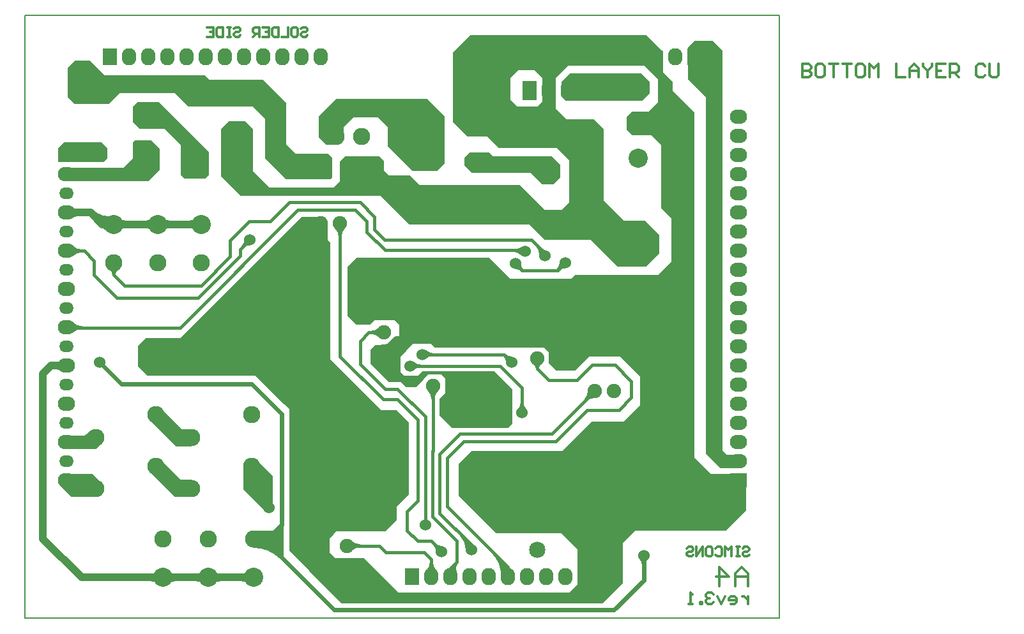
<source format=gbl>
%FSLAX25Y25*%
%MOIN*%
G70*
G01*
G75*
G04 Layer_Physical_Order=2*
G04 Layer_Color=16711680*
%ADD10C,0.01800*%
%ADD11C,0.04000*%
%ADD12C,0.02000*%
%ADD13C,0.02200*%
%ADD14C,0.02400*%
%ADD15C,0.03200*%
%ADD16C,0.03000*%
%ADD17R,0.05512X0.06693*%
%ADD18O,0.09843X0.02756*%
%ADD19R,0.05118X0.06693*%
%ADD20R,0.06693X0.05512*%
%ADD21C,0.00800*%
%ADD22C,0.01200*%
%ADD23C,0.09000*%
%ADD24O,0.07500X0.09000*%
%ADD25R,0.07500X0.09000*%
%ADD26O,0.09000X0.07500*%
%ADD27O,0.07500X0.06000*%
%ADD28R,0.09000X0.07500*%
%ADD29R,0.09500X0.09500*%
%ADD30C,0.09500*%
%ADD31C,0.10000*%
%ADD32R,0.09000X0.09000*%
%ADD33C,0.07500*%
%ADD34C,0.08500*%
%ADD35R,0.07500X0.10000*%
%ADD36O,0.07500X0.10000*%
%ADD37C,0.06000*%
%ADD38C,0.01400*%
G36*
X429500Y491500D02*
X429500Y491500D01*
X430500Y491086D01*
Y489000D01*
X434000Y485500D01*
X430500Y482000D01*
X415500D01*
Y489000D01*
X425500D01*
X427000Y490500D01*
X428000Y491500D01*
X429500D01*
X429500Y491500D01*
D02*
G37*
G36*
X757500Y690500D02*
Y650000D01*
Y481500D01*
X760000Y479000D01*
X767000D01*
Y472000D01*
X756500D01*
X751500Y477000D01*
X749000Y479500D01*
Y588500D01*
Y666000D01*
X743500Y671500D01*
X739500Y675500D01*
Y688000D01*
Y689000D01*
Y692000D01*
X742500Y695000D01*
X743000Y695500D01*
X752500D01*
X757500Y690500D01*
D02*
G37*
G36*
X726000D02*
X726500Y690000D01*
Y689500D01*
Y679000D01*
X728500Y677000D01*
X731500Y674000D01*
Y669500D01*
X743000Y658000D01*
Y608000D01*
Y550793D01*
Y537000D01*
Y477500D01*
X750500Y470000D01*
X751500Y469000D01*
X768000D01*
X770000Y467000D01*
Y462000D01*
Y450000D01*
X767000Y447000D01*
X759500Y439500D01*
X712000D01*
X705500Y433000D01*
Y419500D01*
Y412000D01*
X704000Y410500D01*
X695026Y401526D01*
X558974D01*
X542000Y418500D01*
X531500Y429000D01*
Y460000D01*
Y503000D01*
X529000Y505500D01*
X514000Y520500D01*
X457500D01*
X452500Y525500D01*
Y536000D01*
X456500Y540000D01*
X474500D01*
X528000Y593500D01*
X538000Y603500D01*
X548500D01*
X551500Y600500D01*
Y591500D01*
X553000Y590000D01*
Y543500D01*
Y529000D01*
X575000Y507000D01*
X579500Y502500D01*
X587500D01*
X594000Y496000D01*
Y483000D01*
Y458500D01*
X592500Y457000D01*
X587500Y452000D01*
Y445000D01*
X581500Y439000D01*
X556000D01*
X554500Y437500D01*
X552500Y435500D01*
Y428000D01*
X555500Y425000D01*
X570500D01*
X584500Y411000D01*
X588500Y407000D01*
X677500D01*
X682000Y411500D01*
Y417500D01*
Y429500D01*
X674500Y437000D01*
X673500Y438000D01*
X639500D01*
X627500Y450000D01*
X620000Y457500D01*
Y468000D01*
Y474500D01*
X624000Y478500D01*
X626500Y481000D01*
X674000D01*
X682000Y489000D01*
X689500Y496500D01*
X706000D01*
X714000Y504500D01*
X714500Y505000D01*
Y515000D01*
Y520000D01*
X704000Y530500D01*
X688000D01*
X685500Y528000D01*
X680500Y523000D01*
X671000D01*
X669500Y524500D01*
X667000Y527000D01*
Y532500D01*
X664500Y535000D01*
X661744D01*
X661000Y535098D01*
X660256Y535000D01*
X607500D01*
X605500Y537000D01*
X596000D01*
X592500Y533500D01*
X589500Y530500D01*
Y522500D01*
X591500Y520500D01*
X598500D01*
X600777Y522777D01*
X638723D01*
X641000Y520500D01*
X648000Y513500D01*
Y506500D01*
Y495500D01*
X646000Y493500D01*
X645500Y493000D01*
X616500D01*
X610000Y499500D01*
Y508500D01*
X613000Y511500D01*
Y519000D01*
X611000Y521000D01*
X604000D01*
X601500Y518500D01*
X597500Y514500D01*
X592500D01*
X590000Y517000D01*
X583500D01*
X576500Y524000D01*
X574000Y526500D01*
Y534000D01*
X576500Y536500D01*
X584000D01*
X584500Y537000D01*
X589000Y541500D01*
Y542500D01*
Y547000D01*
X586500Y549500D01*
X576000D01*
X573500Y547000D01*
X566500D01*
X562000Y551500D01*
Y577500D01*
X562500Y578000D01*
X566500Y582000D01*
X636000D01*
X640500Y577500D01*
X647000Y571000D01*
X678500D01*
X680500Y573000D01*
X724000D01*
X726500Y575500D01*
X731000Y580000D01*
Y591000D01*
Y602500D01*
X725500Y608000D01*
Y641000D01*
X720500Y646000D01*
X710500D01*
X707500Y649000D01*
Y655500D01*
X708000Y656000D01*
X710500Y658500D01*
X719000D01*
X724000Y663500D01*
Y667500D01*
Y675500D01*
X717000Y682500D01*
X677000D01*
X670500Y676000D01*
Y668500D01*
Y660000D01*
X676000Y654500D01*
X690500D01*
X695500Y649500D01*
Y623500D01*
Y612000D01*
X706000Y601500D01*
X717000D01*
X724500Y594000D01*
Y584500D01*
X717500Y577500D01*
X703000D01*
X693000Y587500D01*
X689000Y591500D01*
X665000D01*
X657000Y599500D01*
X594000D01*
X580500Y613000D01*
X579000Y614500D01*
X506000D01*
X497500Y623000D01*
X496000Y624500D01*
Y638000D01*
Y649500D01*
X500000Y653500D01*
X508500D01*
X512000Y650000D01*
X512500Y649500D01*
Y638500D01*
Y627500D01*
X521500Y618500D01*
X554500D01*
X558000Y622000D01*
Y632500D01*
X559500Y634000D01*
X560500Y635000D01*
X578500D01*
X581000Y632500D01*
Y627500D01*
X583500Y625000D01*
X594500D01*
X597500Y622000D01*
X599500Y620000D01*
X652000D01*
X655500Y616500D01*
X658000Y614000D01*
X665000Y607000D01*
X673500D01*
X677500Y611000D01*
Y633000D01*
X671000Y639500D01*
X641000D01*
X635000Y645500D01*
X624500D01*
X620500Y649500D01*
X617000Y653000D01*
Y669000D01*
Y689500D01*
X623500Y696000D01*
X626000Y698500D01*
X718000D01*
X726000Y690500D01*
D02*
G37*
G36*
X475500Y492500D02*
X480500D01*
Y483500D01*
X472500D01*
X459000Y497000D01*
X465000Y503000D01*
X475500Y492500D01*
D02*
G37*
G36*
X523000Y468000D02*
Y453500D01*
Y452500D01*
X519500Y449000D01*
X507500Y461000D01*
Y473000D01*
X515000Y476000D01*
X523000Y468000D01*
D02*
G37*
G36*
X528700Y443100D02*
Y425400D01*
X527300Y426800D01*
X525000D01*
X521300Y430500D01*
X520200Y431600D01*
X514000D01*
Y438500D01*
X513100Y439400D01*
X522900D01*
X527400Y443900D01*
X528700Y443100D01*
D02*
G37*
G36*
X475000Y466000D02*
X481000D01*
Y457500D01*
X480500Y457000D01*
X472000D01*
X459500Y469500D01*
X464237Y475098D01*
X465836Y475165D01*
X475000Y466000D01*
D02*
G37*
G36*
X434000Y464000D02*
X430500Y460500D01*
Y457000D01*
X418000D01*
X412000Y463000D01*
X415500Y469000D01*
X429000D01*
X434000Y464000D01*
D02*
G37*
G36*
X612500Y656000D02*
Y631500D01*
X608500Y627500D01*
X596000D01*
X591000Y632500D01*
X583000Y640500D01*
Y650500D01*
X578000Y655500D01*
X565000D01*
X560000Y650500D01*
Y645000D01*
X556000Y641000D01*
X551000D01*
X547000Y645000D01*
Y656000D01*
X549000Y658000D01*
X556000Y665000D01*
X603500D01*
X612500Y656000D01*
D02*
G37*
G36*
X436500Y639500D02*
Y634000D01*
X434500Y632000D01*
X411000D01*
Y639500D01*
X414000Y642500D01*
X433500D01*
X436500Y639500D01*
D02*
G37*
G36*
X719500Y674000D02*
Y668000D01*
X716500Y665000D01*
X715500Y664000D01*
X676000D01*
X674000Y666000D01*
X673500Y669500D01*
Y674000D01*
X678000Y678500D01*
X715000D01*
X719500Y674000D01*
D02*
G37*
G36*
X473500Y653500D02*
X489500Y637500D01*
Y627000D01*
Y625500D01*
X487500Y623500D01*
X477000D01*
X475000Y625500D01*
Y627500D01*
Y641000D01*
X469000Y647000D01*
X466500Y649500D01*
X453500D01*
X450000Y653000D01*
Y661000D01*
X452000Y663000D01*
X452500Y663500D01*
X463500D01*
X473500Y653500D01*
D02*
G37*
G36*
X637000Y636000D02*
X638000Y635000D01*
X668500D01*
X673000Y630500D01*
Y628000D01*
Y624000D01*
X669500Y620500D01*
X663500D01*
X661500Y622500D01*
X657500Y626500D01*
X627000D01*
X623000Y630500D01*
Y634500D01*
X625500Y637000D01*
X636000D01*
X637000Y636000D01*
D02*
G37*
G36*
X464000Y639000D02*
Y638500D01*
Y628000D01*
X463000Y627000D01*
X458000Y622000D01*
X415000D01*
Y629000D01*
X445000D01*
X445500Y629500D01*
X450000Y634000D01*
Y642500D01*
X451000Y643500D01*
X459500D01*
X464000Y639000D01*
D02*
G37*
G36*
X435000Y677500D02*
X487500D01*
X490000Y675000D01*
X518000D01*
X529500Y663500D01*
X530000Y663000D01*
Y641500D01*
X535000Y636500D01*
X552000D01*
X554000Y634500D01*
Y624000D01*
X553000Y623000D01*
X530000D01*
X522500Y630500D01*
X519000Y634000D01*
Y649000D01*
Y654500D01*
X512500Y661000D01*
X479000D01*
X472000Y668000D01*
X443000D01*
X437500Y662500D01*
X419500D01*
X417000Y665000D01*
X416000Y666000D01*
Y673000D01*
Y681500D01*
X417500Y683000D01*
X419500Y685000D01*
X427500D01*
X435000Y677500D01*
D02*
G37*
%LPC*%
G36*
X659500Y680000D02*
X651000D01*
X649500Y678500D01*
X647000Y676000D01*
Y669000D01*
Y664500D01*
X650500Y661000D01*
X661000D01*
X662000Y662000D01*
X663478Y663478D01*
X663500Y663500D01*
Y676000D01*
X659500Y680000D01*
D02*
G37*
%LPD*%
D10*
X518900Y451500D02*
G03*
X517415Y455085I-5070J0D01*
G01*
X517415Y455085D02*
G03*
X521000Y453600I3585J3585D01*
G01*
X602485Y532985D02*
G03*
X606070Y531500I3585J3585D01*
G01*
D02*
G03*
X602485Y530015I0J-5070D01*
G01*
X645400Y527500D02*
G03*
X643915Y531085I-5070J0D01*
G01*
X643915Y531085D02*
G03*
X647500Y529600I3585J3585D01*
G01*
X651515Y502485D02*
G03*
X653000Y506070I-3585J3585D01*
G01*
D02*
G03*
X654485Y502485I5070J0D01*
G01*
X595985Y526985D02*
G03*
X599570Y525500I3585J3585D01*
G01*
D02*
G03*
X595985Y524015I0J-5070D01*
G01*
X608900Y428500D02*
G03*
X607415Y432085I-5070J0D01*
G01*
X607415Y432085D02*
G03*
X611000Y430600I3585J3585D01*
G01*
X626200Y429500D02*
G03*
X624220Y434280I-6760J0D01*
G01*
X624400Y429500D02*
G03*
X621147Y437353I-11105J0D01*
G01*
X675500Y577400D02*
G03*
X671915Y575915I0J-5070D01*
G01*
X671915Y575915D02*
G03*
X673400Y579500I-3585J3585D01*
G01*
X664700Y583000D02*
G03*
X663427Y586073I-4346J0D01*
G01*
X662900Y583000D02*
G03*
X660354Y589146I-8691J0D01*
G01*
X651600Y578964D02*
G03*
X653000Y575500I4782J-82D01*
G01*
X653000Y575500D02*
G03*
X649536Y576900I-3382J-3382D01*
G01*
X653015Y584015D02*
G03*
X648223Y586000I-4792J-4792D01*
G01*
X650637D02*
G03*
X653015Y586985I0J3363D01*
G01*
X511000Y589400D02*
G03*
X507415Y587915I0J-5070D01*
G01*
X507415Y587915D02*
G03*
X508900Y591500I-3585J3585D01*
G01*
X465600Y473000D02*
G03*
X468146Y466854I8691J0D01*
G01*
X468146Y466854D02*
G03*
X462000Y469400I-6146J-6146D01*
G01*
X514546Y470454D02*
G03*
X512000Y464309I6146J-6146D01*
G01*
D02*
G03*
X509454Y470454I-8691J0D01*
G01*
X465600Y500000D02*
G03*
X468146Y493854I8691J0D01*
G01*
X468146Y493854D02*
G03*
X462000Y496400I-6146J-6146D01*
G01*
X441910Y576448D02*
G03*
X440000Y573000I2158J-3448D01*
G01*
D02*
G03*
X438090Y576448I-4068J0D01*
G01*
X608515Y512985D02*
G03*
X606500Y508119I4865J-4865D01*
G01*
D02*
G03*
X604485Y512985I-6881J0D01*
G01*
X563515Y433515D02*
G03*
X568380Y431500I4865J4865D01*
G01*
D02*
G03*
X563515Y429485I0J-6881D01*
G01*
X691000Y509650D02*
G03*
X686135Y507635I0J-6881D01*
G01*
X686135Y507635D02*
G03*
X688150Y512500I-4865J4865D01*
G01*
X662643Y527172D02*
G03*
X661000Y524000I2238J-3171D01*
G01*
D02*
G03*
X659357Y527172I-3881J0D01*
G01*
X578985Y540985D02*
G03*
X574120Y543000I-4865J-4865D01*
G01*
D02*
G03*
X578985Y545015I0J6881D01*
G01*
X560015Y597985D02*
G03*
X558000Y593119I4865J-4865D01*
G01*
D02*
G03*
X555985Y597985I-6881J0D01*
G01*
X418120Y587606D02*
G03*
X422985Y585591I4865J4865D01*
G01*
D02*
G03*
X418120Y583575I0J-6881D01*
G01*
X418120Y547606D02*
G03*
X423204Y545500I5084J5084D01*
G01*
X422766D02*
G03*
X418120Y543575I0J-6571D01*
G01*
X603654Y418120D02*
G03*
X605669Y422985I-4865J4865D01*
G01*
D02*
G03*
X607685Y418120I6881J0D01*
G01*
X646419Y416104D02*
G03*
X643961Y422039I-8393J0D01*
G01*
X644619Y416104D02*
G03*
X640888Y425112I-12738J0D01*
G01*
X642819Y416104D02*
G03*
X637815Y428185I-17084J0D01*
G01*
X644601Y418747D02*
G03*
X645669Y420331I-640J1584D01*
G01*
D02*
G03*
X646737Y418747I1709J0D01*
G01*
X617286Y421286D02*
G03*
X616595Y416601I2808J-2808D01*
G01*
X619000Y423000D02*
G03*
X618181Y417451I3325J-3325D01*
G01*
X477572Y459406D02*
G03*
X473500Y461500I-4071J-2911D01*
G01*
D02*
G03*
X477572Y463594I0J5005D01*
G01*
X477448Y486090D02*
G03*
X474000Y488000I-3448J-2158D01*
G01*
D02*
G03*
X477448Y489910I0J4068D01*
G01*
X429500Y573000D02*
X441500Y561000D01*
X429500Y573000D02*
Y580500D01*
X440000Y573000D02*
Y579500D01*
Y573000D02*
X445500Y567500D01*
X441500Y561000D02*
X484000D01*
X424409Y585591D02*
X429500Y580500D01*
X582000Y428000D02*
X602000D01*
X578500Y431500D02*
X582000Y428000D01*
X561500Y431500D02*
X578500D01*
X580500Y508000D02*
X588000D01*
X558000Y530500D02*
X580500Y508000D01*
X558000Y530500D02*
Y600000D01*
X598500Y455000D02*
Y497500D01*
X588000Y508000D02*
X598500Y497500D01*
X581500Y513500D02*
X588000D01*
X568500Y526500D02*
X581500Y513500D01*
X568500Y526500D02*
Y538500D01*
X665000Y583000D02*
Y584500D01*
X658000Y591500D02*
X665000Y584500D01*
X581091Y591500D02*
X658000D01*
X576000Y596591D02*
X581091Y591500D01*
X671500Y575500D02*
X675500Y579500D01*
X653000Y575500D02*
X671500D01*
X649500Y579000D02*
X653000Y575500D01*
X531500Y611000D02*
X563909D01*
X521500Y601000D02*
X531500Y611000D01*
X510500Y601000D02*
X521500D01*
X500500Y591000D02*
X510500Y601000D01*
X506000Y583000D02*
Y586500D01*
X484000Y561000D02*
X506000Y583000D01*
Y586500D02*
X511000Y591500D01*
X536000Y607000D02*
X566000D01*
X500500Y582591D02*
Y591000D01*
X485409Y567500D02*
X500500Y582591D01*
X445500Y567500D02*
X485409D01*
X415354Y585591D02*
X424409D01*
X564009Y611100D02*
X566991D01*
X563909Y611000D02*
X564009Y611100D01*
X568500Y611000D02*
X576000Y603500D01*
X567091Y611000D02*
X568500D01*
X566991Y611100D02*
X567091Y611000D01*
X566000Y607000D02*
X572000Y601000D01*
Y595500D02*
Y601000D01*
X576000Y596591D02*
Y603500D01*
X572000Y595500D02*
X581500Y586000D01*
X654000D01*
X654500Y585500D01*
X645669Y415354D02*
Y420331D01*
X614000Y452000D02*
X645669Y420331D01*
X614000Y452000D02*
Y477500D01*
X622500Y486000D01*
X610000Y448500D02*
X626500Y432000D01*
X606400Y446661D02*
X619000Y434061D01*
Y423000D02*
Y434061D01*
X610000Y448500D02*
Y479500D01*
X606400Y446661D02*
Y480991D01*
X615669Y419669D02*
X619000Y423000D01*
X615669Y415354D02*
Y419669D01*
X622500Y486000D02*
X670500D01*
X610000Y479500D02*
X620500Y490000D01*
X670500Y486000D02*
X687000Y502500D01*
X668500Y490000D02*
X691000Y512500D01*
X620500Y490000D02*
X668500D01*
X687000Y502500D02*
X703500D01*
X710000Y509000D01*
Y517500D01*
X701500Y526000D02*
X710000Y517500D01*
X689500Y526000D02*
X701500D01*
X681500Y518000D02*
X689500Y526000D01*
X667000Y518000D02*
X681500D01*
X661000Y524000D02*
X667000Y518000D01*
X661000Y524000D02*
Y529500D01*
X626500Y429500D02*
Y432000D01*
X602000Y428000D02*
X605669Y424331D01*
Y415354D02*
Y424331D01*
X605500Y434000D02*
X611000Y428500D01*
X598500Y434000D02*
X605500D01*
X593000Y439500D02*
X598500Y434000D01*
X593000Y439500D02*
Y449500D01*
X598500Y455000D01*
X602500Y442500D02*
Y499000D01*
X606500Y481091D02*
Y515000D01*
X606400Y480991D02*
X606500Y481091D01*
X588000Y513500D02*
X602500Y499000D01*
X568500Y538500D02*
X573000Y543000D01*
X581000D01*
X594500Y526000D02*
X595000Y525500D01*
X594500D02*
Y526000D01*
X595000Y525500D02*
X641439D01*
X645139Y521800D01*
X645200D01*
X653000Y514000D01*
Y501000D02*
Y514000D01*
X643500Y531500D02*
X647500Y527500D01*
X601000Y531500D02*
X643500D01*
X512000Y460500D02*
Y473000D01*
Y460500D02*
X521000Y451500D01*
X462000Y500000D02*
X474000Y488000D01*
X480500D01*
X462000Y473000D02*
X473500Y461500D01*
X480500D01*
X474500Y545500D02*
X536000Y607000D01*
X415354Y545591D02*
X415445Y545500D01*
X474500D01*
D11*
X543707Y441793D02*
G03*
X542500Y438879I2914J-2914D01*
G01*
X725232Y567232D02*
G03*
X720964Y569000I-4268J-4268D01*
G01*
D02*
G03*
X725232Y570768I0J6036D01*
G01*
X503561Y563561D02*
G03*
X502500Y561000I2561J-2561D01*
G01*
X502207Y560293D02*
G03*
X499000Y552550I7743J-7743D01*
G01*
X678237Y670737D02*
G03*
X681225Y669500I2987J2987D01*
G01*
D02*
G03*
X678237Y668263I0J-4225D01*
G01*
X427439Y675439D02*
G03*
X435743Y672000I8303J8303D01*
G01*
X430268Y678268D02*
G03*
X445400Y672000I15132J15132D01*
G01*
X600000Y632500D02*
G03*
X598232Y636768I-6036J0D01*
G01*
X598232Y636768D02*
G03*
X602500Y635000I4268J4268D01*
G01*
X463870Y413146D02*
G03*
X459602Y414913I-4268J-4268D01*
G01*
D02*
G03*
X463870Y416681I0J6036D01*
G01*
X467406D02*
G03*
X471673Y414913I4268J4268D01*
G01*
D02*
G03*
X467406Y413146I0J-6036D01*
G01*
X487492D02*
G03*
X483224Y414913I-4268J-4268D01*
G01*
D02*
G03*
X487492Y416681I0J6036D01*
G01*
X491028D02*
G03*
X495295Y414913I4268J4268D01*
G01*
D02*
G03*
X491028Y413146I0J-6036D01*
G01*
X511114D02*
G03*
X506846Y414913I-4268J-4268D01*
G01*
D02*
G03*
X511114Y416681I0J6036D01*
G01*
X441768Y601268D02*
G03*
X446035Y599500I4268J4268D01*
G01*
D02*
G03*
X441768Y597732I0J-6036D01*
G01*
X438225Y597740D02*
G03*
X434000Y599500I-4225J-4189D01*
G01*
D02*
G03*
X438225Y601260I0J5949D01*
G01*
X433302Y600198D02*
G03*
X440270Y598024I5555J5555D01*
G01*
X427910Y605590D02*
G03*
X439551Y601959I9282J9282D01*
G01*
X464518Y601268D02*
G03*
X468785Y599500I4268J4268D01*
G01*
D02*
G03*
X464518Y597732I0J-6036D01*
G01*
Y601268D02*
G03*
X468785Y599500I4268J4268D01*
G01*
D02*
G03*
X464518Y597732I0J-6036D01*
G01*
Y601268D02*
G03*
X468785Y599500I4268J4268D01*
G01*
D02*
G03*
X464518Y597732I0J-6036D01*
G01*
Y601268D02*
G03*
X468785Y599500I4268J4268D01*
G01*
D02*
G03*
X464518Y597732I0J-6036D01*
G01*
Y601268D02*
G03*
X468785Y599500I4268J4268D01*
G01*
D02*
G03*
X464518Y597732I0J-6036D01*
G01*
Y601268D02*
G03*
X468785Y599500I4268J4268D01*
G01*
D02*
G03*
X464518Y597732I0J-6036D01*
G01*
X460982D02*
G03*
X456714Y599500I-4268J-4268D01*
G01*
D02*
G03*
X460982Y601268I0J6036D01*
G01*
X483732Y597732D02*
G03*
X479464Y599500I-4268J-4268D01*
G01*
D02*
G03*
X483732Y601268I0J6036D01*
G01*
Y597732D02*
G03*
X479464Y599500I-4268J-4268D01*
G01*
D02*
G03*
X483732Y601268I0J6036D01*
G01*
Y597732D02*
G03*
X479464Y599500I-4268J-4268D01*
G01*
D02*
G03*
X483732Y601268I0J6036D01*
G01*
Y597732D02*
G03*
X479464Y599500I-4268J-4268D01*
G01*
D02*
G03*
X483732Y601268I0J6036D01*
G01*
Y597732D02*
G03*
X479464Y599500I-4268J-4268D01*
G01*
D02*
G03*
X483732Y601268I0J6036D01*
G01*
Y597732D02*
G03*
X479464Y599500I-4268J-4268D01*
G01*
D02*
G03*
X483732Y601268I0J6036D01*
G01*
X569609Y416391D02*
G03*
X561500Y419750I-8109J-8109D01*
G01*
X560263Y420263D02*
G03*
X557275Y421500I-2987J-2987D01*
G01*
D02*
G03*
X560263Y422737I0J4225D01*
G01*
X581000Y534750D02*
G03*
X585144Y536466I0J5860D01*
G01*
X549237Y598763D02*
G03*
X548000Y595775I2987J-2987D01*
G01*
D02*
G03*
X546763Y598763I-4225J0D01*
G01*
X554039Y647142D02*
G03*
X555807Y651409I-4268J4268D01*
G01*
D02*
G03*
X557575Y647142I6036J0D01*
G01*
X547346Y627858D02*
G03*
X543079Y629626I-4268J-4268D01*
G01*
D02*
G03*
X547346Y631394I0J6036D01*
G01*
X710879Y669500D02*
G03*
X715561Y671439I0J6621D01*
G01*
X701222Y669500D02*
G03*
X712732Y674268I0J16278D01*
G01*
X457444Y659944D02*
G03*
X462139Y658000I4695J4695D01*
G01*
D02*
G03*
X457444Y656055I0J-6639D01*
G01*
X454452Y632452D02*
G03*
X456750Y638000I-5548J5548D01*
G01*
X447623Y625624D02*
G03*
X452750Y638000I-12376J12376D01*
G01*
X526768Y645732D02*
G03*
X525000Y641465I4268J-4268D01*
G01*
D02*
G03*
X523232Y645732I-6036J0D01*
G01*
Y649268D02*
G03*
X525000Y653536I-4268J4268D01*
G01*
D02*
G03*
X526768Y649268I6036J0D01*
G01*
X590732Y658232D02*
G03*
X586465Y660000I-4268J-4268D01*
G01*
D02*
G03*
X590732Y661768I0J6036D01*
G01*
X594268Y658232D02*
G03*
X592500Y653965I4268J-4268D01*
G01*
D02*
G03*
X590732Y658232I-6036J0D01*
G01*
X481232Y667732D02*
G03*
X470929Y672000I-10303J-10303D01*
G01*
X484768Y671268D02*
G03*
X489036Y669500I4268J4268D01*
G01*
D02*
G03*
X484768Y667732I0J-6036D01*
G01*
X481232Y631268D02*
G03*
X483000Y635535I-4268J4268D01*
G01*
D02*
G03*
X484768Y631268I6036J0D01*
G01*
X417342Y626828D02*
G03*
X420329Y625591I2987J2987D01*
G01*
D02*
G03*
X417342Y624353I0J-4225D01*
G01*
Y606828D02*
G03*
X420329Y605591I2987J2987D01*
G01*
D02*
G03*
X417342Y604353I0J-4225D01*
G01*
X413367Y524353D02*
G03*
X410380Y525591I-2987J-2987D01*
G01*
D02*
G03*
X413367Y526828I0J4225D01*
G01*
X686907Y413367D02*
G03*
X685669Y410380I2987J-2987D01*
G01*
D02*
G03*
X684432Y413367I-4225J0D01*
G01*
X462750Y599500D02*
X485000D01*
X440000D02*
X462750D01*
X499000Y559000D02*
X505500Y565500D01*
X415354Y625591D02*
X447591D01*
X520000Y532000D02*
X543000Y509000D01*
X423087Y414913D02*
X465638D01*
X403000Y435000D02*
X423087Y414913D01*
X403000Y435000D02*
Y521500D01*
X505500Y565500D02*
X536000D01*
X548000Y577500D02*
Y600000D01*
X499000Y532000D02*
Y559000D01*
Y532000D02*
X520000D01*
X462000D02*
X499000D01*
X536000Y565500D02*
X548000Y577500D01*
X665000Y569000D02*
X727000D01*
X635000Y539000D02*
X665000Y569000D01*
X623000Y539000D02*
X635000D01*
X587677D02*
X623000D01*
X581677Y533000D02*
X587677Y539000D01*
X581000Y533000D02*
X581677D01*
X427000Y676500D02*
X431500Y672000D01*
X427000Y676500D02*
X427750Y675750D01*
X431500Y672000D01*
X543000Y442500D02*
Y509000D01*
Y509500D01*
X542500Y442000D02*
X543000Y442500D01*
X542500Y429000D02*
Y442000D01*
Y429000D02*
X550000Y421500D01*
X561500D01*
X564500D01*
X680500Y403500D02*
X685669Y408669D01*
Y415354D01*
X461500Y532000D02*
X462000D01*
X561500Y660000D02*
X592500D01*
X555807Y654307D02*
X561500Y660000D01*
X489260Y414913D02*
X512882D01*
X465638D02*
X489260D01*
X403000Y521500D02*
X407091Y525591D01*
X415354D01*
X434000Y599500D02*
X440000D01*
X427909Y605591D02*
X434000Y599500D01*
X415354Y605591D02*
X427909D01*
X431500Y672000D02*
X480500D01*
X483000Y669500D01*
X447591Y625591D02*
X455500Y633500D01*
Y638000D01*
Y658000D02*
X463500D01*
X483000Y638500D01*
Y629500D02*
Y638500D01*
Y669500D02*
X512500D01*
X525000Y657000D01*
Y647500D02*
Y657000D01*
X530374Y629626D02*
X549114D01*
X525000Y635000D02*
X530374Y629626D01*
X525000Y635000D02*
Y647500D01*
X555807Y645374D02*
Y654307D01*
X592500Y642500D02*
X602500Y632500D01*
X592500Y642500D02*
Y660000D01*
X711500Y669500D02*
X714500Y672500D01*
X677000Y669500D02*
X711500D01*
X564500Y421500D02*
X582500Y403500D01*
X680500D01*
D12*
X637039Y514039D02*
G03*
X634718Y515000I-2321J-2321D01*
G01*
X632531D02*
G03*
X637039Y516867I0J6374D01*
G01*
X618444Y516945D02*
G03*
X623139Y515000I4695J4695D01*
G01*
D02*
G03*
X618444Y513056I0J-6639D01*
G01*
X616500Y515000D02*
X638000D01*
X638453Y515453D01*
D14*
X717773Y425227D02*
G03*
X716500Y422154I3073J-3073D01*
G01*
D02*
G03*
X715227Y425227I-4346J0D01*
G01*
X515867Y436321D02*
G03*
X518086Y434913I2220J1047D01*
G01*
D02*
G03*
X515867Y433506I0J-2454D01*
G01*
X519206Y433794D02*
G03*
X512882Y436413I-6324J-6324D01*
G01*
X523303Y429697D02*
G03*
X512882Y434013I-10422J-10422D01*
G01*
X527400Y425600D02*
G03*
X512882Y431613I-14519J-14519D01*
G01*
Y434913D02*
X519913D01*
X432500Y527500D02*
X444000Y516000D01*
X512000D01*
X527500Y500500D01*
Y442500D02*
Y500500D01*
X519913Y434913D02*
X527500Y442500D01*
X527400Y425600D02*
X555000Y398000D01*
X701000D01*
X716500Y413500D01*
Y422154D01*
Y426500D01*
D15*
X668520Y666730D02*
G03*
X667000Y663059I3670J-3670D01*
G01*
D02*
G03*
X665480Y666730I-5191J0D01*
G01*
X426449Y634449D02*
G03*
X421499Y636500I-4951J-4951D01*
G01*
D02*
G03*
X426449Y638551I0J7001D01*
G01*
X669904Y598904D02*
G03*
X675708Y596500I5804J5804D01*
G01*
D02*
G03*
X669904Y594096I0J-8208D01*
G01*
X664100Y596500D02*
G03*
X661696Y602304I-8208J0D01*
G01*
X661696Y602304D02*
G03*
X667500Y599900I5804J5804D01*
G01*
X575588Y629661D02*
G03*
X577322Y624678I6017J-699D01*
G01*
X578766Y629291D02*
G03*
X582000Y620000I11221J-1303D01*
G01*
X573835Y627575D02*
G03*
X568885Y629626I-4951J-4951D01*
G01*
D02*
G03*
X573835Y631677I0J7001D01*
G01*
X564551D02*
G03*
X569501Y629626I4951J4951D01*
G01*
D02*
G03*
X564551Y627575I0J-7001D01*
G01*
D02*
G03*
X562500Y622625I4951J-4951D01*
G01*
D02*
G03*
X560449Y627575I-7001J0D01*
G01*
X707525Y583475D02*
G03*
X713500Y581000I5975J5975D01*
G01*
X702062Y588938D02*
G03*
X713500Y584200I11438J11438D01*
G01*
X696600Y594400D02*
G03*
X713500Y587400I16900J16900D01*
G01*
X710707Y582061D02*
G03*
X707000Y584000I-3707J-2574D01*
G01*
D02*
G03*
X710707Y585939I0J4513D01*
G01*
X507051Y645449D02*
G03*
X505000Y640499I4951J-4951D01*
G01*
D02*
G03*
X502949Y645449I-7001J0D01*
G01*
X595400Y620000D02*
G03*
X597451Y615049I7001J0D01*
G01*
D02*
G03*
X592500Y617100I-4951J-4951D01*
G01*
X590449Y617949D02*
G03*
X585499Y620000I-4951J-4951D01*
G01*
D02*
G03*
X590449Y622051I0J7001D01*
G01*
X423490Y636500D02*
G03*
X417625Y634070I0J-8295D01*
G01*
X518500Y617000D02*
X557500D01*
X505000Y630500D02*
X518500Y617000D01*
X557500D02*
X562500Y622000D01*
Y629626D01*
X505000Y630500D02*
Y647500D01*
X694500Y596500D02*
X707000Y584000D01*
X667500Y596500D02*
X681500D01*
X707000Y584000D02*
X713500D01*
X681500Y596500D02*
Y643000D01*
X599500Y613000D02*
X651000D01*
X667500Y596500D01*
X416264Y636500D02*
X427000D01*
X415354Y635591D02*
X416264Y636500D01*
X582000Y620000D02*
X592500D01*
X575886Y626114D02*
X582000Y620000D01*
X575886Y626114D02*
Y629626D01*
X562500D02*
X575886D01*
X592500Y620000D02*
X599500Y613000D01*
X667000Y657500D02*
Y669500D01*
Y657500D02*
X681500Y643000D01*
Y596500D02*
X694500D01*
D16*
X417229Y487539D02*
G03*
X422247Y486878I3306J5727D01*
G01*
X420634Y486446D02*
G03*
X418053Y484466I1100J-4106D01*
G01*
X417695Y487182D02*
G03*
X421536Y485591I3841J3841D01*
G01*
D02*
G03*
X417695Y484000I0J-5432D01*
G01*
X418315Y465170D02*
G03*
X419445Y461500I4033J-767D01*
G01*
X418665Y462280D02*
G03*
X416104Y463341I-2561J-2561D01*
G01*
X428379Y459379D02*
G03*
X423257Y461500I-5121J-5121D01*
G01*
D02*
G03*
X428379Y463621I0J7243D01*
G01*
X424683Y485591D02*
G03*
X430500Y488000I0J8226D01*
G01*
X417441Y485591D02*
G03*
X428379Y490121I0J15469D01*
G01*
X415354Y485591D02*
X428091D01*
X430500Y488000D01*
X415354Y465591D02*
X419445Y461500D01*
X430500D01*
D21*
X393701Y393701D02*
Y708661D01*
X787402D01*
Y393701D02*
Y708661D01*
X393701Y393701D02*
X787402D01*
D22*
X799100Y683348D02*
Y676350D01*
X802599D01*
X803765Y677516D01*
Y678683D01*
X802599Y679849D01*
X799100D01*
X802599D01*
X803765Y681015D01*
Y682182D01*
X802599Y683348D01*
X799100D01*
X809597D02*
X807264D01*
X806098Y682182D01*
Y677516D01*
X807264Y676350D01*
X809597D01*
X810763Y677516D01*
Y682182D01*
X809597Y683348D01*
X813095D02*
X817761D01*
X815428D01*
Y676350D01*
X820093Y683348D02*
X824758D01*
X822426D01*
Y676350D01*
X830590Y683348D02*
X828257D01*
X827091Y682182D01*
Y677516D01*
X828257Y676350D01*
X830590D01*
X831756Y677516D01*
Y682182D01*
X830590Y683348D01*
X834089Y676350D02*
Y683348D01*
X836421Y681015D01*
X838754Y683348D01*
Y676350D01*
X848084Y683348D02*
Y676350D01*
X852749D01*
X855082D02*
Y681015D01*
X857415Y683348D01*
X859747Y681015D01*
Y676350D01*
Y679849D01*
X855082D01*
X862080Y683348D02*
Y682182D01*
X864412Y679849D01*
X866745Y682182D01*
Y683348D01*
X864412Y679849D02*
Y676350D01*
X873743Y683348D02*
X869077D01*
Y676350D01*
X873743D01*
X869077Y679849D02*
X871410D01*
X876075Y676350D02*
Y683348D01*
X879574D01*
X880740Y682182D01*
Y679849D01*
X879574Y678683D01*
X876075D01*
X878408D02*
X880740Y676350D01*
X894736Y682182D02*
X893569Y683348D01*
X891237D01*
X890071Y682182D01*
Y677516D01*
X891237Y676350D01*
X893569D01*
X894736Y677516D01*
X897068Y683348D02*
Y677516D01*
X898235Y676350D01*
X900567D01*
X901733Y677516D01*
Y683348D01*
X537668Y701665D02*
X538501Y702498D01*
X540167D01*
X541000Y701665D01*
Y700832D01*
X540167Y699999D01*
X538501D01*
X537668Y699166D01*
Y698333D01*
X538501Y697500D01*
X540167D01*
X541000Y698333D01*
X533502Y702498D02*
X535169D01*
X536002Y701665D01*
Y698333D01*
X535169Y697500D01*
X533502D01*
X532669Y698333D01*
Y701665D01*
X533502Y702498D01*
X531003D02*
Y697500D01*
X527671D01*
X526005Y702498D02*
Y697500D01*
X523506D01*
X522673Y698333D01*
Y701665D01*
X523506Y702498D01*
X526005D01*
X517674D02*
X521006D01*
Y697500D01*
X517674D01*
X521006Y699999D02*
X519340D01*
X516008Y697500D02*
Y702498D01*
X513509D01*
X512676Y701665D01*
Y699999D01*
X513509Y699166D01*
X516008D01*
X514342D02*
X512676Y697500D01*
X502679Y701665D02*
X503512Y702498D01*
X505178D01*
X506011Y701665D01*
Y700832D01*
X505178Y699999D01*
X503512D01*
X502679Y699166D01*
Y698333D01*
X503512Y697500D01*
X505178D01*
X506011Y698333D01*
X501013Y702498D02*
X499347D01*
X500180D01*
Y697500D01*
X501013D01*
X499347D01*
X496848Y702498D02*
Y697500D01*
X494348D01*
X493515Y698333D01*
Y701665D01*
X494348Y702498D01*
X496848D01*
X488517D02*
X491849D01*
Y697500D01*
X488517D01*
X491849Y699999D02*
X490183D01*
X768168Y430165D02*
X769001Y430998D01*
X770667D01*
X771500Y430165D01*
Y429332D01*
X770667Y428499D01*
X769001D01*
X768168Y427666D01*
Y426833D01*
X769001Y426000D01*
X770667D01*
X771500Y426833D01*
X766502Y430998D02*
X764836D01*
X765669D01*
Y426000D01*
X766502D01*
X764836D01*
X762336D02*
Y430998D01*
X760670Y429332D01*
X759004Y430998D01*
Y426000D01*
X754006Y430165D02*
X754839Y430998D01*
X756505D01*
X757338Y430165D01*
Y426833D01*
X756505Y426000D01*
X754839D01*
X754006Y426833D01*
X749840Y430998D02*
X751507D01*
X752340Y430165D01*
Y426833D01*
X751507Y426000D01*
X749840D01*
X749007Y426833D01*
Y430165D01*
X749840Y430998D01*
X747341Y426000D02*
Y430998D01*
X744009Y426000D01*
Y430998D01*
X739010Y430165D02*
X739844Y430998D01*
X741510D01*
X742343Y430165D01*
Y429332D01*
X741510Y428499D01*
X739844D01*
X739010Y427666D01*
Y426833D01*
X739844Y426000D01*
X741510D01*
X742343Y426833D01*
D23*
X480500Y488000D02*
D03*
X430500D02*
D03*
X480500Y461500D02*
D03*
X430500D02*
D03*
X483000Y629500D02*
D03*
Y669500D02*
D03*
X592500Y620000D02*
D03*
Y660000D02*
D03*
X525000Y647500D02*
D03*
X505000D02*
D03*
X714500Y652500D02*
D03*
Y672500D02*
D03*
X555807Y645374D02*
D03*
X562500Y629626D02*
D03*
X569193Y645374D02*
D03*
X575886Y629626D02*
D03*
X485500Y579500D02*
D03*
X462750D02*
D03*
X440000D02*
D03*
X512882Y434913D02*
D03*
X489260D02*
D03*
X465638D02*
D03*
X602500Y632500D02*
D03*
X627500D02*
D03*
X428500Y676500D02*
D03*
Y636500D02*
D03*
X512000Y500000D02*
D03*
X462000D02*
D03*
X512000Y473000D02*
D03*
X462000D02*
D03*
X727000Y569000D02*
D03*
D24*
X615669Y415354D02*
D03*
X685669D02*
D03*
X675669D02*
D03*
X665669D02*
D03*
X655669D02*
D03*
X645669D02*
D03*
X635669D02*
D03*
X625669D02*
D03*
X605669D02*
D03*
X448032Y687008D02*
D03*
X458032D02*
D03*
X468032D02*
D03*
X478032D02*
D03*
X488032D02*
D03*
X498032D02*
D03*
X508032D02*
D03*
X518032D02*
D03*
X528032D02*
D03*
X538032D02*
D03*
X548032D02*
D03*
X733071D02*
D03*
X723071D02*
D03*
X713071D02*
D03*
D25*
X595669Y415354D02*
D03*
X438032Y687008D02*
D03*
X743071D02*
D03*
D26*
X415354Y465591D02*
D03*
Y485591D02*
D03*
Y505591D02*
D03*
Y525591D02*
D03*
Y545591D02*
D03*
Y565591D02*
D03*
Y585591D02*
D03*
Y605591D02*
D03*
Y625591D02*
D03*
X765748Y655591D02*
D03*
Y645591D02*
D03*
Y635591D02*
D03*
Y625591D02*
D03*
Y615591D02*
D03*
Y605591D02*
D03*
Y595591D02*
D03*
Y585591D02*
D03*
Y575591D02*
D03*
Y565591D02*
D03*
Y555591D02*
D03*
Y545591D02*
D03*
Y535591D02*
D03*
Y525591D02*
D03*
Y515591D02*
D03*
Y505591D02*
D03*
Y495591D02*
D03*
Y485591D02*
D03*
Y475591D02*
D03*
D27*
X415354D02*
D03*
Y495591D02*
D03*
Y515591D02*
D03*
Y535591D02*
D03*
Y555591D02*
D03*
Y575591D02*
D03*
Y595591D02*
D03*
Y615591D02*
D03*
D28*
Y635591D02*
D03*
X765748Y465591D02*
D03*
D29*
X455500Y638000D02*
D03*
D30*
Y658000D02*
D03*
D31*
X713500Y634000D02*
D03*
Y584000D02*
D03*
X667500Y626500D02*
D03*
Y596500D02*
D03*
X485500Y599500D02*
D03*
X462750D02*
D03*
X440000D02*
D03*
X512882Y414913D02*
D03*
X489260D02*
D03*
X465638D02*
D03*
D32*
X549114Y629626D02*
D03*
D33*
X548000Y600000D02*
D03*
X558000D02*
D03*
X581000Y533000D02*
D03*
Y543000D02*
D03*
X671000Y529500D02*
D03*
X661000D02*
D03*
X701000Y512500D02*
D03*
X691000D02*
D03*
X561500Y421500D02*
D03*
Y431500D02*
D03*
X616500Y515000D02*
D03*
X606500D02*
D03*
D34*
X661000Y429500D02*
D03*
X691000D02*
D03*
D35*
X657000Y669500D02*
D03*
D36*
X667000D02*
D03*
X677000D02*
D03*
D37*
X432500Y527500D02*
D03*
X511000Y591500D02*
D03*
X501500Y561000D02*
D03*
X654500Y585500D02*
D03*
X649500Y579000D02*
D03*
X665000Y583000D02*
D03*
X602500Y442500D02*
D03*
X675500Y579500D02*
D03*
X626500Y429500D02*
D03*
X611000Y428500D02*
D03*
X594500Y525500D02*
D03*
X638453Y515453D02*
D03*
X623000Y539000D02*
D03*
X543000Y509000D02*
D03*
Y442500D02*
D03*
X462000Y532000D02*
D03*
X653000Y501000D02*
D03*
X647500Y527500D02*
D03*
X601000Y531500D02*
D03*
X521000Y451500D02*
D03*
X716500Y426500D02*
D03*
D38*
X771000Y410500D02*
Y417165D01*
X767668Y420497D01*
X764335Y417165D01*
Y410500D01*
Y415498D01*
X771000D01*
X756005Y410500D02*
Y420497D01*
X761003Y415498D01*
X754339D01*
X771000Y404999D02*
Y401000D01*
Y402999D01*
X770000Y403999D01*
X769001Y404999D01*
X768001D01*
X762003Y401000D02*
X764002D01*
X765002Y402000D01*
Y403999D01*
X764002Y404999D01*
X762003D01*
X761003Y403999D01*
Y402999D01*
X765002D01*
X759004Y404999D02*
X757004Y401000D01*
X755005Y404999D01*
X753006Y405998D02*
X752006Y406998D01*
X750007D01*
X749007Y405998D01*
Y404999D01*
X750007Y403999D01*
X751007D01*
X750007D01*
X749007Y402999D01*
Y402000D01*
X750007Y401000D01*
X752006D01*
X753006Y402000D01*
X747008Y401000D02*
Y402000D01*
X746008D01*
Y401000D01*
X747008D01*
X742009D02*
X740010D01*
X741010D01*
Y406998D01*
X742009Y405998D01*
M02*

</source>
